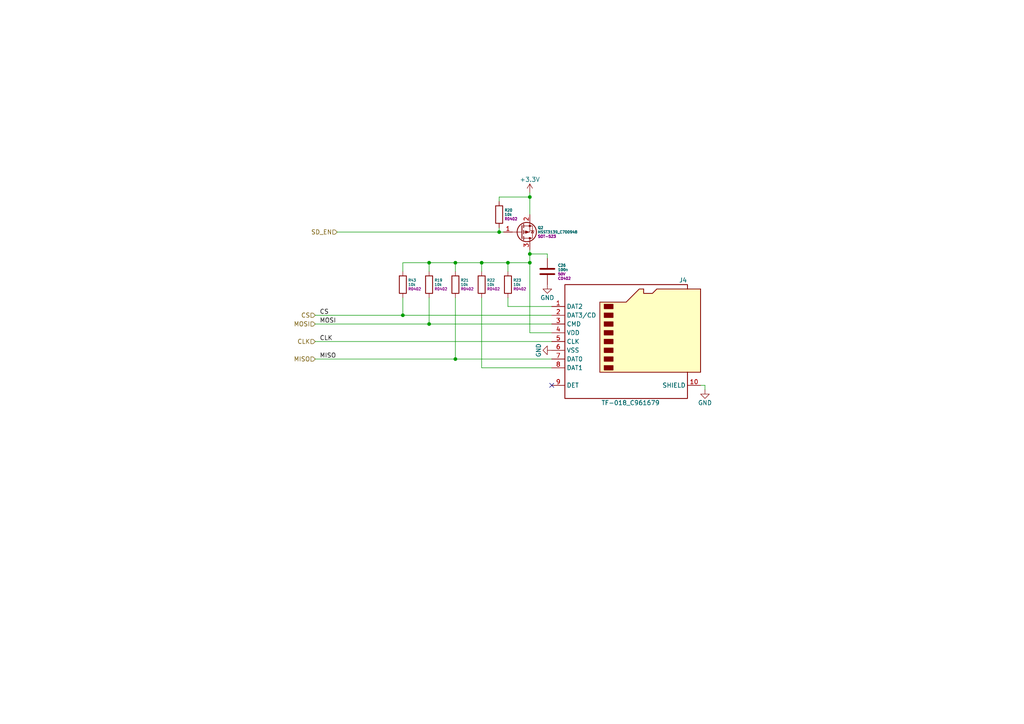
<source format=kicad_sch>
(kicad_sch (version 20250114) (generator "eeschema") (generator_version "9.0")
  (paper "A4")
  (lib_symbols
    (symbol "Connector:Micro_SD_Card_Det1"
      (property "Reference" "J" (at -16.51 17.78 0))
      (property "Value" "Micro_SD_Card_Det1" (at 16.51 17.78 0))
      (symbol "Micro_SD_Card_Det1_0_1"
        (polyline (pts (xy -8.89 -8.89) (xy -8.89 11.43) (xy -1.27 11.43) (xy 2.54 15.24) (xy 3.81 15.24) (xy 3.81 13.97) (xy 6.35 13.97) (xy 7.62 15.24) (xy 20.32 15.24) (xy 20.32 -8.89) (xy -8.89 -8.89)) (stroke (width 0.254)) (fill (type background)))
        (rectangle (start -7.62 10.795) (end -5.08 9.525) (stroke (width 0.254)) (fill (type outline)))
        (rectangle (start -7.62 8.255) (end -5.08 6.985) (stroke (width 0.254)) (fill (type outline)))
        (rectangle (start -7.62 5.715) (end -5.08 4.445) (stroke (width 0.254)) (fill (type outline)))
        (rectangle (start -7.62 3.175) (end -5.08 1.905) (stroke (width 0.254)) (fill (type outline)))
        (rectangle (start -7.62 0.635) (end -5.08 -0.635) (stroke (width 0.254)) (fill (type outline)))
        (rectangle (start -7.62 -1.905) (end -5.08 -3.175) (stroke (width 0.254)) (fill (type outline)))
        (rectangle (start -7.62 -4.445) (end -5.08 -5.715) (stroke (width 0.254)) (fill (type outline)))
        (rectangle (start -7.62 -6.985) (end -5.08 -8.255) (stroke (width 0.254)) (fill (type outline)))
        (polyline (pts (xy 16.51 15.24) (xy 16.51 16.51) (xy -19.05 16.51) (xy -19.05 -16.51) (xy 16.51 -16.51) (xy 16.51 -8.89)) (stroke (width 0.254)))
      )
      (symbol "Micro_SD_Card_Det1_1_1"
        (pin bidirectional line (at -22.86 10.16 0) (length 3.81) (name "DAT2") (number "1"))
        (pin bidirectional line (at -22.86 7.62 0) (length 3.81) (name "DAT3/CD") (number "2"))
        (pin input line (at -22.86 5.08 0) (length 3.81) (name "CMD") (number "3"))
        (pin power_in line (at -22.86 2.54 0) (length 3.81) (name "VDD") (number "4"))
        (pin input line (at -22.86 0 0) (length 3.81) (name "CLK") (number "5"))
        (pin power_in line (at -22.86 -2.54 0) (length 3.81) (name "VSS") (number "6"))
        (pin bidirectional line (at -22.86 -5.08 0) (length 3.81) (name "DAT0") (number "7"))
        (pin bidirectional line (at -22.86 -7.62 0) (length 3.81) (name "DAT1") (number "8"))
        (pin passive line (at -22.86 -12.7 0) (length 3.81) (name "DET") (number "9"))
        (pin passive line (at 20.32 -12.7 180) (length 3.81) (name "SHIELD") (number "10"))
      )
    )
    (symbol "Device:C" (pin_numbers (hide yes)) (pin_names (offset 0.254))
      (property "Reference" "C" (at 0.635 2.54 0))
      (property "Value" "C" (at 0.635 -2.54 0))
      (symbol "C_0_1"
        (polyline (pts (xy -2.032 0.762) (xy 2.032 0.762)) (stroke (width 0.508)))
        (polyline (pts (xy -2.032 -0.762) (xy 2.032 -0.762)) (stroke (width 0.508)))
      )
      (symbol "C_1_1"
        (pin passive line (at 0 3.81 270) (length 2.794) (name "~") (number "1"))
        (pin passive line (at 0 -3.81 90) (length 2.794) (name "~") (number "2"))
      )
    )
    (symbol "Device:R" (pin_numbers (hide yes)) (pin_names (offset 0))
      (property "Reference" "R" (at 2.032 0 90))
      (property "Value" "R" (at 0 0 90))
      (symbol "R_0_1"
        (rectangle (start -1.016 -2.54) (end 1.016 2.54) (stroke (width 0.254)))
      )
      (symbol "R_1_1"
        (pin passive line (at 0 3.81 270) (length 1.27) (name "~") (number "1"))
        (pin passive line (at 0 -3.81 90) (length 1.27) (name "~") (number "2"))
      )
    )
    (symbol "Transistor_FET:DMG2301L" (pin_names (hide yes))
      (property "Reference" "Q" (at 5.08 1.905 0))
      (property "Value" "DMG2301L" (at 5.08 0 0))
      (symbol "DMG2301L_0_1"
        (polyline (pts (xy 0.254 1.905) (xy 0.254 -1.905)) (stroke (width 0.254)))
        (polyline (pts (xy 0.254 0) (xy -2.54 0)))
        (polyline (pts (xy 0.762 2.286) (xy 0.762 1.27)) (stroke (width 0.254)))
        (polyline (pts (xy 0.762 1.778) (xy 3.302 1.778) (xy 3.302 -1.778) (xy 0.762 -1.778)))
        (polyline (pts (xy 0.762 0.508) (xy 0.762 -0.508)) (stroke (width 0.254)))
        (polyline (pts (xy 0.762 -1.27) (xy 0.762 -2.286)) (stroke (width 0.254)))
        (circle (center 1.651 0) (radius 2.794) (stroke (width 0.254)))
        (polyline (pts (xy 2.286 0) (xy 1.27 0.381) (xy 1.27 -0.381) (xy 2.286 0)) (fill (type outline)))
        (polyline (pts (xy 2.54 2.54) (xy 2.54 1.778)))
        (circle (center 2.54 1.778) (radius 0.254) (fill (type outline)))
        (circle (center 2.54 -1.778) (radius 0.254) (fill (type outline)))
        (polyline (pts (xy 2.54 -2.54) (xy 2.54 0) (xy 0.762 0)))
        (polyline (pts (xy 2.794 -0.508) (xy 2.921 -0.381) (xy 3.683 -0.381) (xy 3.81 -0.254)))
        (polyline (pts (xy 3.302 -0.381) (xy 2.921 0.254) (xy 3.683 0.254) (xy 3.302 -0.381)))
      )
      (symbol "DMG2301L_1_1"
        (pin input line (at -5.08 0 0) (length 2.54) (name "G") (number "1"))
        (pin passive line (at 2.54 5.08 270) (length 2.54) (name "D") (number "3"))
        (pin passive line (at 2.54 -5.08 90) (length 2.54) (name "S") (number "2"))
      )
    )
    (symbol "power:+3.3V" (power) (pin_names (offset 0))
      (property "Value" "+3.3V" (at 0 3.556 0))
      (symbol "+3.3V_0_1"
        (polyline (pts (xy -0.762 1.27) (xy 0 2.54)))
        (polyline (pts (xy 0 2.54) (xy 0.762 1.27)))
        (polyline (pts (xy 0 0) (xy 0 2.54)))
      )
      (symbol "+3.3V_1_1"
        (pin power_in line (at 0 0 90) (length 0) (hide yes) (name "+3.3V") (number "1"))
      )
    )
    (symbol "power:GND" (power) (pin_names (offset 0))
      (property "Value" "GND" (at 0 -3.81 0))
      (symbol "GND_0_1"
        (polyline (pts (xy 0 0) (xy 0 -1.27) (xy 1.27 -1.27) (xy 0 -2.54) (xy -1.27 -1.27) (xy 0 -1.27)))
      )
      (symbol "GND_1_1"
        (pin power_in line (at 0 0 270) (length 0) (hide yes) (name "GND") (number "1"))
      )
    )
  )
  (junction (at 153.67 76.2))
  (junction (at 147.32 76.2))
  (junction (at 132.08 104.14))
  (junction (at 144.78 67.31))
  (junction (at 132.08 76.2))
  (junction (at 124.46 93.98))
  (junction (at 139.7 76.2))
  (junction (at 116.84 91.44))
  (junction (at 153.67 57.15))
  (junction (at 153.67 73.66))
  (junction (at 124.46 76.2))
  (no_connect (at 160.02 111.76))
  (wire (pts (xy 153.67 55.88) (xy 153.67 57.15)))
  (wire (pts (xy 97.79 67.31) (xy 144.78 67.31)))
  (wire (pts (xy 124.46 76.2) (xy 132.08 76.2)))
  (wire (pts (xy 153.67 76.2) (xy 153.67 73.66)))
  (wire (pts (xy 132.08 86.36) (xy 132.08 104.14)))
  (wire (pts (xy 144.78 66.04) (xy 144.78 67.31)))
  (wire (pts (xy 124.46 76.2) (xy 124.46 78.74)))
  (wire (pts (xy 132.08 104.14) (xy 160.02 104.14)))
  (wire (pts (xy 116.84 86.36) (xy 116.84 91.44)))
  (wire (pts (xy 139.7 76.2) (xy 147.32 76.2)))
  (wire (pts (xy 147.32 78.74) (xy 147.32 76.2)))
  (wire (pts (xy 160.02 88.9) (xy 147.32 88.9)))
  (wire (pts (xy 153.67 73.66) (xy 158.75 73.66)))
  (wire (pts (xy 132.08 76.2) (xy 132.08 78.74)))
  (wire (pts (xy 144.78 58.42) (xy 144.78 57.15)))
  (wire (pts (xy 91.44 104.14) (xy 132.08 104.14)))
  (wire (pts (xy 124.46 76.2) (xy 116.84 76.2)))
  (wire (pts (xy 91.44 93.98) (xy 124.46 93.98)))
  (wire (pts (xy 153.67 57.15) (xy 153.67 62.23)))
  (wire (pts (xy 139.7 106.68) (xy 160.02 106.68)))
  (wire (pts (xy 144.78 67.31) (xy 146.05 67.31)))
  (wire (pts (xy 132.08 76.2) (xy 139.7 76.2)))
  (wire (pts (xy 203.2 111.76) (xy 204.47 111.76)))
  (wire (pts (xy 204.47 111.76) (xy 204.47 113.03)))
  (wire (pts (xy 153.67 72.39) (xy 153.67 73.66)))
  (wire (pts (xy 144.78 57.15) (xy 153.67 57.15)))
  (wire (pts (xy 147.32 76.2) (xy 153.67 76.2)))
  (wire (pts (xy 139.7 76.2) (xy 139.7 78.74)))
  (wire (pts (xy 116.84 76.2) (xy 116.84 78.74)))
  (wire (pts (xy 116.84 91.44) (xy 160.02 91.44)))
  (wire (pts (xy 124.46 93.98) (xy 160.02 93.98)))
  (wire (pts (xy 147.32 88.9) (xy 147.32 86.36)))
  (wire (pts (xy 124.46 86.36) (xy 124.46 93.98)))
  (wire (pts (xy 158.75 74.93) (xy 158.75 73.66)))
  (wire (pts (xy 139.7 86.36) (xy 139.7 106.68)))
  (wire (pts (xy 91.44 91.44) (xy 116.84 91.44)))
  (wire (pts (xy 91.44 99.06) (xy 160.02 99.06)))
  (wire (pts (xy 153.67 96.52) (xy 160.02 96.52)))
  (wire (pts (xy 153.67 76.2) (xy 153.67 96.52)))
  (label "CS" (at 92.71 91.44 0))
  (label "CLK" (at 92.71 99.06 0))
  (label "MOSI" (at 92.71 93.98 0))
  (label "MISO" (at 92.71 104.14 0))
  (hierarchical_label "SD_EN" (shape input) (at 97.79 67.31 180))
  (hierarchical_label "CS" (shape input) (at 91.44 91.44 180))
  (hierarchical_label "CLK" (shape input) (at 91.44 99.06 180))
  (hierarchical_label "MOSI" (shape input) (at 91.44 93.98 180))
  (hierarchical_label "MISO" (shape input) (at 91.44 104.14 180))
  (symbol (lib_id "power:+3.3V") (at 153.67 55.88 0) (unit 1)
    (property "Reference" "#PWR054" (effects (hide yes)))
    (property "Value" "+3.3V" (at 153.67 52.07 0))
  )
  (symbol (lib_id "Connector:Micro_SD_Card_Det1") (at 182.88 99.06 0) (unit 1)
    (property "Reference" "J4" (at 198.12 81.28 0))
    (property "Value" "TF-018_C961679" (at 182.88 116.84 0))
    (property "Footprint" "ESP32_C6_MINI:TF-018_C961679" (effects (hide yes)))
    (property "Datasheet" "https://datasheet.lcsc.com/lcsc/2110151630_XKB-Connectivity-XKTF-015-N_C381082.pdf" (effects (hide yes)))
  )
  (symbol (lib_id "power:GND") (at 204.47 113.03 0) (mirror y) (unit 1)
    (property "Reference" "#PWR057" (effects (hide yes)))
    (property "Value" "GND" (at 204.47 116.84 0))
  )
  (symbol (lib_id "Device:R") (at 139.7 82.55 180) (unit 1)
    (property "Reference" "R22" (at 141.224 81.28 0) (effects (font (size 0.762 0.762)) (justify right)))
    (property "Value" "10k" (at 141.224 82.55 0) (effects (font (size 0.762 0.762)) (justify right)))
    (property "Footprint" "Resistor_SMD:R_0402_1005Metric" (effects (hide yes)))
    (property "Description" "Resistor" (effects (hide yes)))
    (property "Field5" "R0402" (at 141.224 83.82 0) (effects (font (size 0.762 0.762)) (justify right)))
  )
  (symbol (lib_id "Device:R") (at 124.46 82.55 180) (unit 1)
    (property "Reference" "R19" (at 125.984 81.28 0) (effects (font (size 0.762 0.762)) (justify right)))
    (property "Value" "10k" (at 125.984 82.55 0) (effects (font (size 0.762 0.762)) (justify right)))
    (property "Footprint" "Resistor_SMD:R_0402_1005Metric" (effects (hide yes)))
    (property "Description" "Resistor" (effects (hide yes)))
    (property "Field5" "R0402" (at 125.984 83.82 0) (effects (font (size 0.762 0.762)) (justify right)))
  )
  (symbol (lib_id "Device:R") (at 116.84 82.55 180) (unit 1)
    (property "Reference" "R43" (at 118.364 81.28 0) (effects (font (size 0.762 0.762)) (justify right)))
    (property "Value" "10k" (at 118.364 82.55 0) (effects (font (size 0.762 0.762)) (justify right)))
    (property "Footprint" "Resistor_SMD:R_0402_1005Metric" (effects (hide yes)))
    (property "Description" "Resistor" (effects (hide yes)))
    (property "Field5" "R0402" (at 118.364 83.82 0) (effects (font (size 0.762 0.762)) (justify right)))
  )
  (symbol (lib_id "power:GND") (at 160.02 101.6 270) (unit 1)
    (property "Reference" "#PWR056" (effects (hide yes)))
    (property "Value" "GND" (at 156.21 101.6 0))
  )
  (symbol (lib_id "Device:R") (at 144.78 62.23 180) (unit 1)
    (property "Reference" "R20" (at 146.304 60.96 0) (effects (font (size 0.762 0.762)) (justify right)))
    (property "Value" "10k" (at 146.304 62.23 0) (effects (font (size 0.762 0.762)) (justify right)))
    (property "Footprint" "Resistor_SMD:R_0402_1005Metric" (effects (hide yes)))
    (property "Description" "Resistor" (effects (hide yes)))
    (property "Field5" "R0402" (at 146.304 63.5 0) (effects (font (size 0.762 0.762)) (justify right)))
  )
  (symbol (lib_id "Device:R") (at 132.08 82.55 180) (unit 1)
    (property "Reference" "R21" (at 133.604 81.28 0) (effects (font (size 0.762 0.762)) (justify right)))
    (property "Value" "10k" (at 133.604 82.55 0) (effects (font (size 0.762 0.762)) (justify right)))
    (property "Footprint" "Resistor_SMD:R_0402_1005Metric" (effects (hide yes)))
    (property "Description" "Resistor" (effects (hide yes)))
    (property "Field5" "R0402" (at 133.604 83.82 0) (effects (font (size 0.762 0.762)) (justify right)))
  )
  (symbol (lib_id "Device:C") (at 158.75 78.74 0) (unit 1)
    (property "Reference" "C26" (at 161.798 76.962 0) (effects (font (size 0.762 0.762)) (justify left)))
    (property "Value" "100n" (at 161.798 78.232 0) (effects (font (size 0.762 0.762)) (justify left)))
    (property "Footprint" "Capacitor_SMD:C_0402_1005Metric" (effects (hide yes)))
    (property "Description" "Unpolarized capacitor" (effects (hide yes)))
    (property "Field5" "C0402" (at 161.798 80.772 0) (effects (font (size 0.762 0.762)) (justify left)))
    (property "Field6" "50V" (at 161.798 79.502 0) (effects (font (size 0.762 0.762)) (justify left)))
  )
  (symbol (lib_id "Transistor_FET:DMG2301L") (at 151.13 67.31 0) (mirror x) (unit 1)
    (property "Reference" "Q2" (at 155.956 66.04 0) (effects (font (size 0.762 0.762)) (justify left)))
    (property "Value" "HSST3139_C700948" (at 155.956 67.31 0) (effects (font (size 0.762 0.762)) (justify left)))
    (property "Footprint" "Package_TO_SOT_SMD:SOT-523" (effects (hide yes)))
    (property "Datasheet" "https://www.diodes.com/assets/Datasheets/DMG2301L.pdf" (effects (hide yes)))
    (property "Field5" "SOT-523" (at 155.956 68.58 0) (effects (font (size 0.762 0.762)) (justify left)))
  )
  (symbol (lib_id "Device:R") (at 147.32 82.55 180) (unit 1)
    (property "Reference" "R23" (at 148.844 81.28 0) (effects (font (size 0.762 0.762)) (justify right)))
    (property "Value" "10k" (at 148.844 82.55 0) (effects (font (size 0.762 0.762)) (justify right)))
    (property "Footprint" "Resistor_SMD:R_0402_1005Metric" (effects (hide yes)))
    (property "Description" "Resistor" (effects (hide yes)))
    (property "Field5" "R0402" (at 148.844 83.82 0) (effects (font (size 0.762 0.762)) (justify right)))
  )
  (symbol (lib_id "power:GND") (at 158.75 82.55 0) (unit 1)
    (property "Reference" "#PWR055" (effects (hide yes)))
    (property "Value" "GND" (at 158.75 86.36 0))
  )
)
</source>
